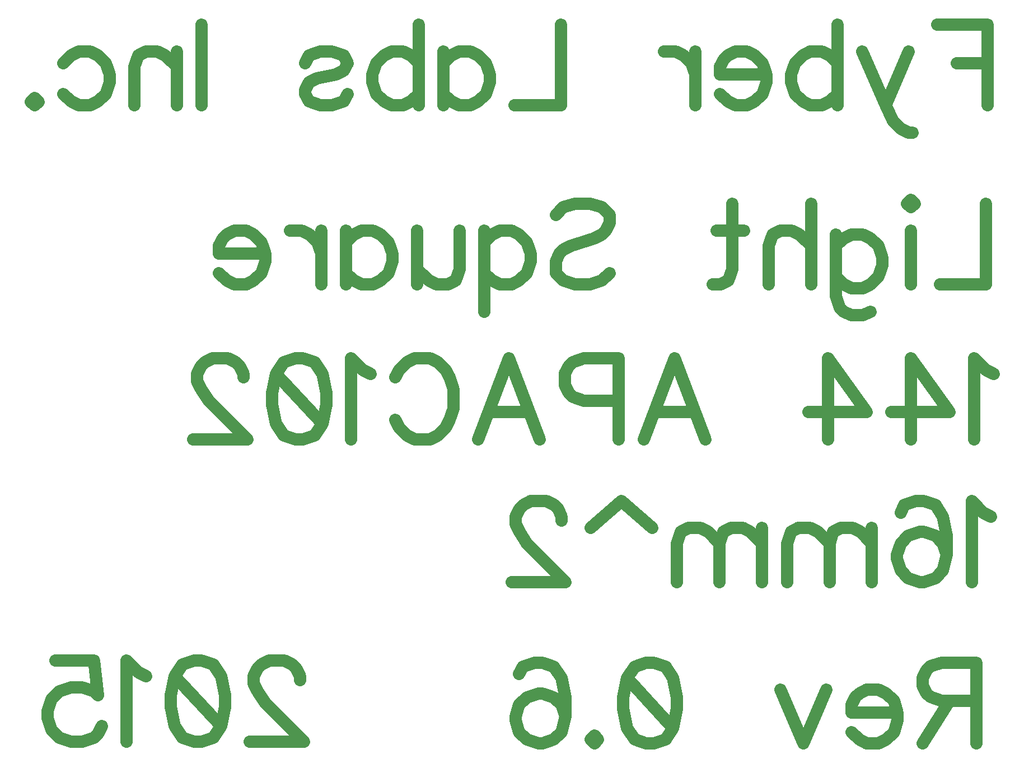
<source format=gbo>
G04 DipTrace 2.4.0.2*
%IN144xAPA102Cx16mm.gbo*%
%MOMM*%
%ADD34C,1.882*%
%FSLAX53Y53*%
G04*
G71*
G90*
G75*
G01*
%LNBotSilk*%
%LPD*%
X174031Y186300D2*
D34*
X181618D1*
Y174049D1*
Y180464D2*
X176955D1*
X169673Y182216D2*
X166182Y174049D1*
X167341Y171718D1*
X168514Y170545D1*
X169673Y169966D1*
X170266D1*
X162678Y182216D2*
X166182Y174049D1*
X158914Y186300D2*
Y174049D1*
Y180464D2*
X157741Y181637D1*
X156582Y182216D1*
X154830D1*
X153671Y181637D1*
X152499Y180464D1*
X151919Y178712D1*
Y177553D1*
X152499Y175801D1*
X153671Y174642D1*
X154830Y174049D1*
X156582D1*
X157741Y174642D1*
X158914Y175801D1*
X148155Y178712D2*
X141160D1*
Y179885D1*
X141740Y181057D1*
X142319Y181637D1*
X143492Y182216D1*
X145244D1*
X146403Y181637D1*
X147575Y180464D1*
X148155Y178712D1*
Y177553D1*
X147575Y175801D1*
X146403Y174642D1*
X145244Y174049D1*
X143492D1*
X142319Y174642D1*
X141160Y175801D1*
X137395Y182216D2*
Y174049D1*
Y178712D2*
X136802Y180464D1*
X135643Y181637D1*
X134471Y182216D1*
X132719D1*
X117103Y186300D2*
Y174049D1*
X110109D1*
X99349Y182216D2*
Y174049D1*
Y180464D2*
X100508Y181637D1*
X101681Y182216D1*
X103420D1*
X104592Y181637D1*
X105751Y180464D1*
X106344Y178712D1*
Y177553D1*
X105751Y175801D1*
X104592Y174642D1*
X103420Y174049D1*
X101681D1*
X100508Y174642D1*
X99349Y175801D1*
X95585Y186300D2*
Y174049D1*
Y180464D2*
X94412Y181637D1*
X93253Y182216D1*
X91501D1*
X90342Y181637D1*
X89170Y180464D1*
X88590Y178712D1*
Y177553D1*
X89170Y175801D1*
X90342Y174642D1*
X91501Y174049D1*
X93253D1*
X94412Y174642D1*
X95585Y175801D1*
X78411Y180464D2*
X78990Y181637D1*
X80742Y182216D1*
X82494D1*
X84246Y181637D1*
X84826Y180464D1*
X84246Y179305D1*
X83074Y178712D1*
X80163Y178133D1*
X78990Y177553D1*
X78411Y176381D1*
Y175801D1*
X78990Y174642D1*
X80742Y174049D1*
X82494D1*
X84246Y174642D1*
X84826Y175801D1*
X62795Y186300D2*
Y174049D1*
X59030Y182216D2*
Y174049D1*
Y179885D2*
X57278Y181637D1*
X56106Y182216D1*
X54367D1*
X53195Y181637D1*
X52615Y179885D1*
Y174049D1*
X41843Y180464D2*
X43015Y181637D1*
X44188Y182216D1*
X45926D1*
X47099Y181637D1*
X48258Y180464D1*
X48851Y178712D1*
Y177553D1*
X48258Y175801D1*
X47099Y174642D1*
X45926Y174049D1*
X44188D1*
X43015Y174642D1*
X41843Y175801D1*
X37498Y175222D2*
X38078Y174629D1*
X37498Y174049D1*
X36905Y174629D1*
X37498Y175222D1*
X77630Y87161D2*
Y87740D1*
X77051Y88913D1*
X76471Y89492D1*
X75299Y90072D1*
X72967D1*
X71808Y89492D1*
X71229Y88913D1*
X70636Y87740D1*
Y86581D1*
X71229Y85409D1*
X72388Y83670D1*
X78223Y77835D1*
X70056D1*
X62787Y90072D2*
X64539Y89492D1*
X65712Y87740D1*
X66291Y84829D1*
Y83077D1*
X65712Y80166D1*
X64539Y78414D1*
X62787Y77835D1*
X61628D1*
X59876Y78414D1*
X58717Y80166D1*
X58124Y83077D1*
Y84829D1*
X58717Y87740D1*
X59876Y89492D1*
X61628Y90072D1*
X62787D1*
X58717Y87740D2*
X65712Y80166D1*
X54360Y87740D2*
X53187Y88333D1*
X51435Y90072D1*
Y77835D1*
X40676Y90072D2*
X46498D1*
X47077Y84829D1*
X46498Y85409D1*
X44746Y86002D1*
X43007D1*
X41255Y85409D1*
X40083Y84250D1*
X39503Y82498D1*
Y81339D1*
X40083Y79587D1*
X41255Y78414D1*
X43007Y77835D1*
X44746D1*
X46498Y78414D1*
X47077Y79007D1*
X47670Y80166D1*
X179964Y83957D2*
X174721D1*
X172969Y84550D1*
X172376Y85129D1*
X171797Y86288D1*
Y87461D1*
X172376Y88620D1*
X172969Y89213D1*
X174721Y89792D1*
X179964D1*
Y77542D1*
X175880Y83957D2*
X171797Y77542D1*
X168032Y82205D2*
X161038D1*
Y83377D1*
X161617Y84550D1*
X162197Y85129D1*
X163369Y85709D1*
X165121D1*
X166280Y85129D1*
X167453Y83957D1*
X168032Y82205D1*
Y81046D1*
X167453Y79294D1*
X166280Y78135D1*
X165121Y77542D1*
X163369D1*
X162197Y78135D1*
X161038Y79294D1*
X157273Y85709D2*
X153769Y77542D1*
X150278Y85709D1*
X131159Y89779D2*
X132911Y89199D1*
X134083Y87447D1*
X134663Y84536D1*
Y82784D1*
X134083Y79873D1*
X132911Y78121D1*
X131159Y77542D1*
X130000D1*
X128248Y78121D1*
X127089Y79873D1*
X126496Y82784D1*
Y84536D1*
X127089Y87447D1*
X128248Y89199D1*
X130000Y89779D1*
X131159D1*
X127089Y87447D2*
X134083Y79873D1*
X122152Y78714D2*
X122731Y78121D1*
X122152Y77542D1*
X121559Y78121D1*
X122152Y78714D1*
X110799Y88040D2*
X111379Y89199D1*
X113131Y89779D1*
X114290D1*
X116042Y89199D1*
X117214Y87447D1*
X117794Y84536D1*
Y81625D1*
X117214Y79294D1*
X116042Y78121D1*
X114290Y77542D1*
X113710D1*
X111972Y78121D1*
X110799Y79294D1*
X110220Y81046D1*
Y81625D1*
X110799Y83377D1*
X111972Y84536D1*
X113710Y85116D1*
X114290D1*
X116042Y84536D1*
X117214Y83377D1*
X117794Y81625D1*
X181393Y159213D2*
Y146962D1*
X174398D1*
X170633Y159213D2*
X170054Y158633D1*
X169461Y159213D1*
X170054Y159806D1*
X170633Y159213D1*
X170054Y155129D2*
Y146962D1*
X158702Y154550D2*
Y145210D1*
X159281Y143472D1*
X159861Y142879D1*
X161033Y142299D1*
X162785D1*
X163944Y142879D1*
X158702Y152798D2*
X159861Y153957D1*
X161033Y154550D1*
X162785D1*
X163944Y153957D1*
X165117Y152798D1*
X165696Y151046D1*
Y149873D1*
X165117Y148135D1*
X163944Y146962D1*
X162785Y146383D1*
X161033D1*
X159861Y146962D1*
X158702Y148135D1*
X154937Y159213D2*
Y146962D1*
Y152798D2*
X153185Y154550D1*
X152012Y155129D1*
X150260D1*
X149101Y154550D1*
X148522Y152798D1*
Y146962D1*
X143005Y159213D2*
Y149294D1*
X142426Y147555D1*
X141253Y146962D1*
X140094D1*
X144757Y155129D2*
X140674D1*
X116312Y157461D2*
X117471Y158633D1*
X119223Y159213D1*
X121554D1*
X123306Y158633D1*
X124479Y157461D1*
Y156302D1*
X123886Y155129D1*
X123306Y154550D1*
X122147Y153970D1*
X118643Y152798D1*
X117471Y152218D1*
X116891Y151625D1*
X116312Y150466D1*
Y148714D1*
X117471Y147555D1*
X119223Y146962D1*
X121554D1*
X123306Y147555D1*
X124479Y148714D1*
X105552Y155129D2*
Y142879D1*
Y153377D2*
X106711Y154536D1*
X107884Y155129D1*
X109636D1*
X110795Y154536D1*
X111967Y153377D1*
X112547Y151625D1*
Y150453D1*
X111967Y148714D1*
X110795Y147542D1*
X109636Y146962D1*
X107884D1*
X106711Y147542D1*
X105552Y148714D1*
X101788Y155129D2*
Y149294D1*
X101208Y147555D1*
X100036Y146962D1*
X98284D1*
X97125Y147555D1*
X95373Y149294D1*
Y155129D2*
Y146962D1*
X84613Y155129D2*
Y146962D1*
Y153377D2*
X85772Y154550D1*
X86945Y155129D1*
X88683D1*
X89856Y154550D1*
X91015Y153377D1*
X91608Y151625D1*
Y150466D1*
X91015Y148714D1*
X89856Y147555D1*
X88683Y146962D1*
X86945D1*
X85772Y147555D1*
X84613Y148714D1*
X80849Y155129D2*
Y146962D1*
Y151625D2*
X80256Y153377D1*
X79097Y154550D1*
X77924Y155129D1*
X76172D1*
X72408Y151625D2*
X65413D1*
Y152798D1*
X65993Y153970D1*
X66572Y154550D1*
X67745Y155129D1*
X69497D1*
X70656Y154550D1*
X71828Y153377D1*
X72408Y151625D1*
Y150466D1*
X71828Y148714D1*
X70656Y147555D1*
X69497Y146962D1*
X67745D1*
X66572Y147555D1*
X65413Y148714D1*
X182523Y133471D2*
X181350Y134064D1*
X179598Y135803D1*
Y123566D1*
X169998D2*
Y135803D1*
X175834Y127649D1*
X167087D1*
X157487Y123566D2*
Y135803D1*
X163323Y127649D1*
X154576D1*
X129621Y123566D2*
X134297Y135816D1*
X138960Y123566D1*
X137208Y127649D2*
X131373D1*
X125856Y129401D2*
X120600D1*
X118862Y129981D1*
X118269Y130574D1*
X117689Y131733D1*
Y133485D1*
X118269Y134644D1*
X118862Y135237D1*
X120600Y135816D1*
X125856D1*
Y123566D1*
X104585D2*
X109261Y135816D1*
X113924Y123566D1*
X112172Y127649D2*
X106337D1*
X92074Y132905D2*
X92653Y134064D1*
X93826Y135237D1*
X94985Y135816D1*
X97316D1*
X98489Y135237D1*
X99648Y134064D1*
X100241Y132905D1*
X100820Y131153D1*
Y128229D1*
X100241Y126490D1*
X99648Y125318D1*
X98489Y124159D1*
X97316Y123566D1*
X94985D1*
X93826Y124159D1*
X92653Y125318D1*
X92074Y126490D1*
X88309Y133471D2*
X87137Y134064D1*
X85385Y135803D1*
Y123566D1*
X78116Y135803D2*
X79868Y135223D1*
X81040Y133471D1*
X81620Y130560D1*
Y128808D1*
X81040Y125897D1*
X79868Y124145D1*
X78116Y123566D1*
X76957D1*
X75205Y124145D1*
X74046Y125897D1*
X73453Y128808D1*
Y130560D1*
X74046Y133471D1*
X75205Y135223D1*
X76957Y135803D1*
X78116D1*
X74046Y133471D2*
X81040Y125897D1*
X69095Y132892D2*
Y133471D1*
X68516Y134644D1*
X67936Y135223D1*
X66764Y135803D1*
X64432D1*
X63273Y135223D1*
X62694Y134644D1*
X62101Y133471D1*
Y132312D1*
X62694Y131140D1*
X63853Y129401D1*
X69688Y123566D1*
X61521D1*
X182155Y111878D2*
X180982Y112471D1*
X179230Y114210D1*
Y101973D1*
X168471Y112471D2*
X169051Y113630D1*
X170803Y114210D1*
X171962D1*
X173714Y113630D1*
X174886Y111878D1*
X175466Y108967D1*
Y106056D1*
X174886Y103725D1*
X173714Y102552D1*
X171962Y101973D1*
X171382D1*
X169643Y102552D1*
X168471Y103725D1*
X167891Y105477D1*
Y106056D1*
X168471Y107808D1*
X169643Y108967D1*
X171382Y109547D1*
X171962D1*
X173714Y108967D1*
X174886Y107808D1*
X175466Y106056D1*
X164127Y110140D2*
Y101973D1*
Y107808D2*
X162375Y109560D1*
X161202Y110140D1*
X159464D1*
X158291Y109560D1*
X157712Y107808D1*
Y101973D1*
Y107808D2*
X155960Y109560D1*
X154787Y110140D1*
X153049D1*
X151876Y109560D1*
X151283Y107808D1*
Y101973D1*
X147519Y110140D2*
Y101973D1*
Y107808D2*
X145767Y109560D1*
X144594Y110140D1*
X142856D1*
X141683Y109560D1*
X141104Y107808D1*
Y101973D1*
Y107808D2*
X139352Y109560D1*
X138179Y110140D1*
X136441D1*
X135268Y109560D1*
X134675Y107808D1*
Y101973D1*
X130910Y110126D2*
X126247Y114210D1*
X121584Y110126D1*
X117227Y111299D2*
Y111878D1*
X116647Y113051D1*
X116068Y113630D1*
X114895Y114210D1*
X112564D1*
X111405Y113630D1*
X110825Y113051D1*
X110232Y111878D1*
Y110719D1*
X110825Y109547D1*
X111984Y107808D1*
X117820Y101973D1*
X109653D1*
M02*

</source>
